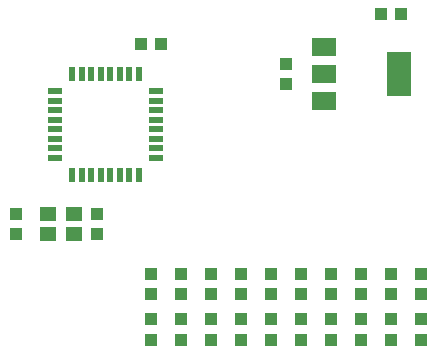
<source format=gbr>
G04 #@! TF.GenerationSoftware,KiCad,Pcbnew,5.1.2*
G04 #@! TF.CreationDate,2019-06-25T12:21:07-07:00*
G04 #@! TF.ProjectId,DC27-Cylon,44433237-2d43-4796-9c6f-6e2e6b696361,rev?*
G04 #@! TF.SameCoordinates,Original*
G04 #@! TF.FileFunction,Paste,Top*
G04 #@! TF.FilePolarity,Positive*
%FSLAX46Y46*%
G04 Gerber Fmt 4.6, Leading zero omitted, Abs format (unit mm)*
G04 Created by KiCad (PCBNEW 5.1.2) date 2019-06-25 12:21:07*
%MOMM*%
%LPD*%
G04 APERTURE LIST*
%ADD10R,0.998220X1.099820*%
%ADD11R,1.099820X0.998220*%
%ADD12R,0.998220X0.998220*%
%ADD13R,1.200000X0.500000*%
%ADD14R,0.500000X1.200000*%
%ADD15R,2.000000X3.800000*%
%ADD16R,2.000000X1.500000*%
%ADD17R,1.400000X1.200000*%
G04 APERTURE END LIST*
D10*
X30480000Y-69001640D03*
X30480000Y-70698360D03*
X53340000Y-57998360D03*
X53340000Y-56301640D03*
X37284660Y-70698360D03*
X37284660Y-69001640D03*
D11*
X42758360Y-54610000D03*
X41061640Y-54610000D03*
X61381640Y-52070000D03*
X63078360Y-52070000D03*
D12*
X64770000Y-79616300D03*
X64770000Y-77863700D03*
X62230000Y-77863700D03*
X62230000Y-79616300D03*
X59690000Y-77863700D03*
X59690000Y-79616300D03*
X57150000Y-79616300D03*
X57150000Y-77863700D03*
X54610000Y-77863700D03*
X54610000Y-79616300D03*
X52070000Y-79616300D03*
X52070000Y-77863700D03*
X49530000Y-77863700D03*
X49530000Y-79616300D03*
X46990000Y-79616300D03*
X46990000Y-77863700D03*
X44450000Y-77863700D03*
X44450000Y-79616300D03*
X41910000Y-79616300D03*
X41910000Y-77863700D03*
D10*
X64770000Y-74081640D03*
X64770000Y-75778360D03*
X62230000Y-75778360D03*
X62230000Y-74081640D03*
X59690000Y-74081640D03*
X59690000Y-75778360D03*
X57150000Y-75778360D03*
X57150000Y-74081640D03*
X54610000Y-74081640D03*
X54610000Y-75778360D03*
X52070000Y-75778360D03*
X52070000Y-74081640D03*
X49530000Y-75778360D03*
X49530000Y-74081640D03*
X46990000Y-74081640D03*
X46990000Y-75778360D03*
X44450000Y-75778360D03*
X44450000Y-74081640D03*
X41910000Y-74081640D03*
X41910000Y-75778360D03*
D13*
X33780000Y-58600000D03*
D14*
X40830000Y-57150000D03*
D13*
X42280000Y-64200000D03*
D14*
X35230000Y-65650000D03*
X36030000Y-65650000D03*
X36830000Y-65650000D03*
X37630000Y-65650000D03*
X38430000Y-65650000D03*
X39230000Y-65650000D03*
X40030000Y-65650000D03*
X40830000Y-65650000D03*
D13*
X42280000Y-63400000D03*
X42280000Y-62600000D03*
X42280000Y-61800000D03*
X42280000Y-61000000D03*
X42280000Y-60200000D03*
X42280000Y-59400000D03*
X42280000Y-58600000D03*
D14*
X40030000Y-57150000D03*
X39230000Y-57150000D03*
X38430000Y-57150000D03*
X37630000Y-57150000D03*
X36830000Y-57150000D03*
X36030000Y-57150000D03*
X35230000Y-57150000D03*
D13*
X33780000Y-59400000D03*
X33780000Y-60200000D03*
X33780000Y-61000000D03*
X33780000Y-61800000D03*
X33780000Y-62600000D03*
X33780000Y-63400000D03*
X33780000Y-64200000D03*
D15*
X62840000Y-57150000D03*
D16*
X56540000Y-57150000D03*
X56540000Y-59450000D03*
X56540000Y-54850000D03*
D17*
X33190000Y-70700000D03*
X35390000Y-70700000D03*
X35390000Y-69000000D03*
X33190000Y-69000000D03*
M02*

</source>
